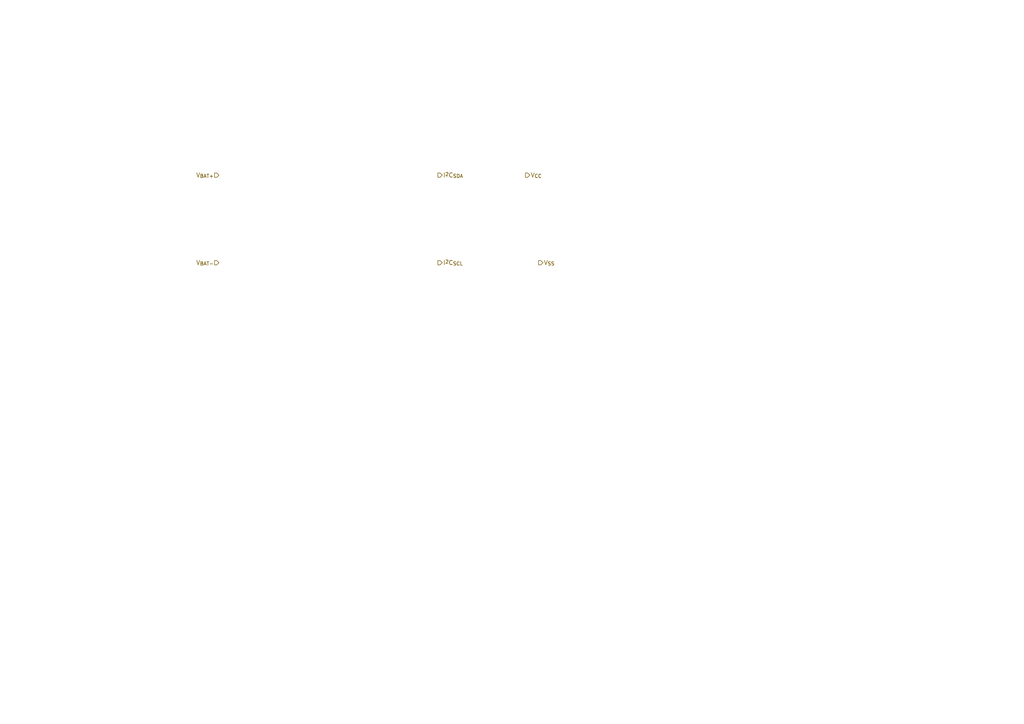
<source format=kicad_sch>
(kicad_sch (version 20230121) (generator eeschema)

  (uuid 688b65c6-5c44-4cba-ba56-dfa63d9d01e7)

  (paper "A4")

  (lib_symbols
  )


  (hierarchical_label "I^{2}C_{SDA}" (shape output) (at 127 50.8 0) (fields_autoplaced)
    (effects (font (size 1.27 1.27)) (justify left))
    (uuid 0c7b605c-ac60-4a25-be90-7bdafc958aa0)
  )
  (hierarchical_label "V_{BAT+}" (shape input) (at 63.5 50.8 180) (fields_autoplaced)
    (effects (font (size 1.27 1.27)) (justify right))
    (uuid 4775ef75-d865-4640-923c-bc9f24b9eb0c)
  )
  (hierarchical_label "V_{SS}" (shape output) (at 156.21 76.2 0) (fields_autoplaced)
    (effects (font (size 1.27 1.27)) (justify left))
    (uuid 52ea2e65-38ba-433e-be33-5a8e18d2c7e7)
  )
  (hierarchical_label "I^{2}C_{SCL}" (shape output) (at 127 76.2 0) (fields_autoplaced)
    (effects (font (size 1.27 1.27)) (justify left))
    (uuid 8c9bdcef-6a3c-40e8-aeb4-ca0d4f875763)
  )
  (hierarchical_label "V_{BAT-}" (shape input) (at 63.5 76.2 180) (fields_autoplaced)
    (effects (font (size 1.27 1.27)) (justify right))
    (uuid a66771f2-aa87-4ff9-8a31-be02c915ab12)
  )
  (hierarchical_label "V_{CC}" (shape output) (at 152.4 50.8 0) (fields_autoplaced)
    (effects (font (size 1.27 1.27)) (justify left))
    (uuid d011abdc-24bf-4d01-8b9e-c44b0294af2b)
  )
)

</source>
